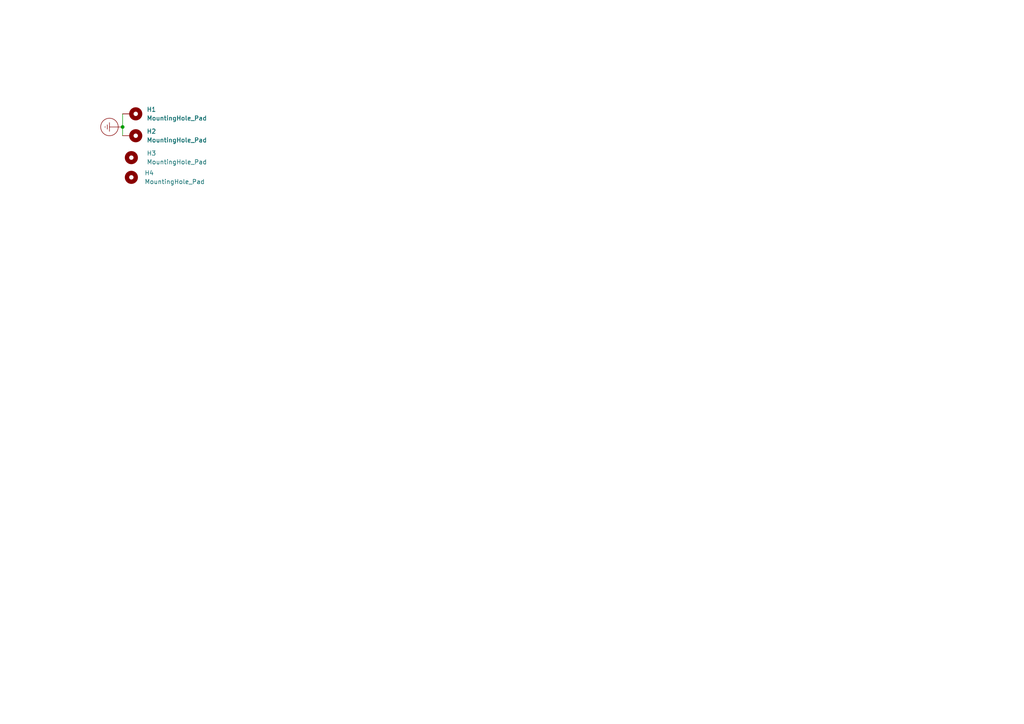
<source format=kicad_sch>
(kicad_sch (version 20230121) (generator eeschema)
  (paper "A4")
  (lib_symbols
    (symbol "Mechanical:MountingHole" (pin_names (offset 1.016))
      (property "Reference" "H" (at 0 5.08 0))
      (property "Value" "MountingHole" (at 0 3.175 0))
      (symbol "MountingHole_0_1"
        (circle (center 0 0) (radius 1.27) (stroke (width 1.27)))
      )
    )
    (symbol "Mechanical:MountingHole_Pad" (pin_numbers hide) (pin_names (offset 1.016) hide)
      (property "Reference" "H" (at 0 6.35 0))
      (property "Value" "MountingHole_Pad" (at 0 4.445 0))
      (symbol "MountingHole_Pad_0_1"
        (circle (center 0 1.27) (radius 1.27) (stroke (width 1.27)))
      )
      (symbol "MountingHole_Pad_1_1"
        (pin input line (at 0 -2.54 90) (length 2.54) (name "1") (number "1"))
      )
    )
    (symbol "power:Earth_Protective" (power) (pin_names (offset 0))
      (symbol "Earth_Protective_0_1"
        (circle (center 0 -3.81) (radius 2.54))
        (polyline (pts (xy -0.635 -4.445) (xy 0.635 -4.445)))
        (polyline (pts (xy -0.127 -5.08) (xy 0.127 -5.08)))
        (polyline (pts (xy 0 -3.81) (xy 0 0)))
        (polyline (pts (xy 1.27 -3.81) (xy -1.27 -3.81)))
      )
      (symbol "Earth_Protective_1_1"
        (pin power_in line (at 0 0 270) (length 0) hide (name "Earth_Protective") (number "1"))
      )
    )
  )
  (junction (at 35.56 36.83))
  (wire (pts (xy 35.56 36.83) (xy 35.56 39.37)))
  (wire (pts (xy 35.56 33.02) (xy 35.56 36.83)))
  (symbol (lib_id "Mechanical:MountingHole") (at 38.1 51.435 270) (unit 1)
    (property "Reference" "H4" (at 41.91 50.165 90) (effects (justify left)))
    (property "Value" "MountingHole_Pad" (at 41.91 52.705 90) (effects (justify left)))
    (property "Footprint" "MountingHole:MountingHole_3.2mm_M3_DIN965" (effects hide))
  )
  (symbol (lib_id "Mechanical:MountingHole_Pad") (at 38.1 33.02 270) (unit 1)
    (property "Reference" "H1" (at 42.545 31.75 90) (effects (justify left)))
    (property "Value" "MountingHole_Pad" (at 42.545 34.29 90) (effects (justify left)))
    (property "Footprint" "MountingHole:MountingHole_3.2mm_M3_DIN965_Pad_TopBottom" (effects hide))
  )
  (symbol (lib_id "power:Earth_Protective") (at 35.56 36.83 270) (unit 1)
    (property "Reference" "#PWR045" (effects hide))
    (property "Value" "Earth_Protective" (effects hide))
  )
  (symbol (lib_id "Mechanical:MountingHole") (at 38.1 45.72 270) (unit 1)
    (property "Reference" "H3" (at 42.545 44.45 90) (effects (justify left)))
    (property "Value" "MountingHole_Pad" (at 42.545 46.99 90) (effects (justify left)))
    (property "Footprint" "MountingHole:MountingHole_3.2mm_M3_DIN965" (effects hide))
  )
  (symbol (lib_id "Mechanical:MountingHole_Pad") (at 38.1 39.37 270) (unit 1)
    (property "Reference" "H2" (at 42.545 38.1 90) (effects (justify left)))
    (property "Value" "MountingHole_Pad" (at 42.545 40.64 90) (effects (justify left)))
    (property "Footprint" "MountingHole:MountingHole_3.2mm_M3_DIN965_Pad_TopBottom" (effects hide))
  )
)
</source>
